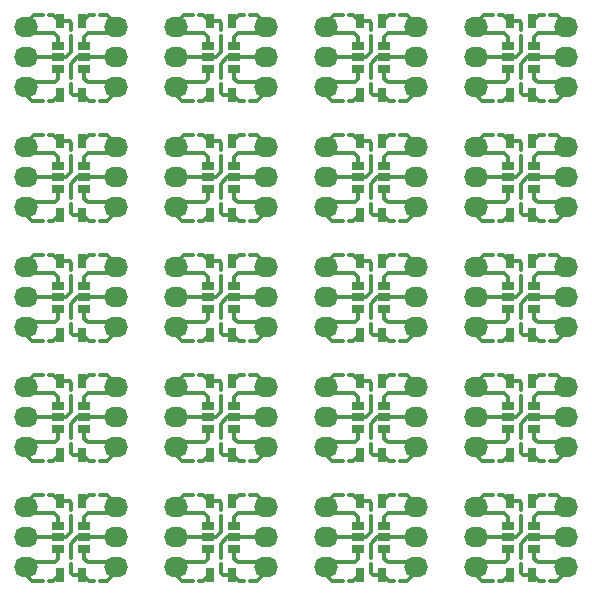
<source format=gbl>
G04 #@! TF.FileFunction,Copper,L2,Bot,Signal*
%FSLAX46Y46*%
G04 Gerber Fmt 4.6, Leading zero omitted, Abs format (unit mm)*
G04 Created by KiCad (PCBNEW 4.0.2+dfsg1-stable) date Sun 30 Oct 2016 17:39:28 AEDT*
%MOMM*%
G01*
G04 APERTURE LIST*
%ADD10C,0.100000*%
%ADD11R,1.060000X0.650000*%
%ADD12O,2.032000X1.727200*%
%ADD13R,0.700000X1.300000*%
%ADD14C,0.304800*%
G04 APERTURE END LIST*
D10*
D11*
X104310000Y-145730000D03*
X104310000Y-144780000D03*
X104310000Y-143830000D03*
X106510000Y-143830000D03*
X106510000Y-145730000D03*
X106510000Y-144780000D03*
D12*
X101600000Y-142240000D03*
X101600000Y-144780000D03*
X101600000Y-147320000D03*
X109220000Y-142240000D03*
X109220000Y-144780000D03*
X109220000Y-147320000D03*
D13*
X104460000Y-141732000D03*
X106360000Y-141732000D03*
X104460000Y-147955000D03*
X106360000Y-147955000D03*
X117160000Y-147955000D03*
X119060000Y-147955000D03*
X117160000Y-141732000D03*
X119060000Y-141732000D03*
D12*
X121920000Y-142240000D03*
X121920000Y-144780000D03*
X121920000Y-147320000D03*
X114300000Y-142240000D03*
X114300000Y-144780000D03*
X114300000Y-147320000D03*
D11*
X117010000Y-145730000D03*
X117010000Y-144780000D03*
X117010000Y-143830000D03*
X119210000Y-143830000D03*
X119210000Y-145730000D03*
X119210000Y-144780000D03*
X129710000Y-145730000D03*
X129710000Y-144780000D03*
X129710000Y-143830000D03*
X131910000Y-143830000D03*
X131910000Y-145730000D03*
X131910000Y-144780000D03*
D12*
X127000000Y-142240000D03*
X127000000Y-144780000D03*
X127000000Y-147320000D03*
X134620000Y-142240000D03*
X134620000Y-144780000D03*
X134620000Y-147320000D03*
D13*
X129860000Y-141732000D03*
X131760000Y-141732000D03*
X129860000Y-147955000D03*
X131760000Y-147955000D03*
X142560000Y-147955000D03*
X144460000Y-147955000D03*
X142560000Y-141732000D03*
X144460000Y-141732000D03*
D12*
X147320000Y-142240000D03*
X147320000Y-144780000D03*
X147320000Y-147320000D03*
X139700000Y-142240000D03*
X139700000Y-144780000D03*
X139700000Y-147320000D03*
D11*
X142410000Y-145730000D03*
X142410000Y-144780000D03*
X142410000Y-143830000D03*
X144610000Y-143830000D03*
X144610000Y-145730000D03*
X144610000Y-144780000D03*
X104310000Y-125410000D03*
X104310000Y-124460000D03*
X104310000Y-123510000D03*
X106510000Y-123510000D03*
X106510000Y-125410000D03*
X106510000Y-124460000D03*
D12*
X101600000Y-121920000D03*
X101600000Y-124460000D03*
X101600000Y-127000000D03*
X109220000Y-121920000D03*
X109220000Y-124460000D03*
X109220000Y-127000000D03*
D13*
X104460000Y-121412000D03*
X106360000Y-121412000D03*
X104460000Y-127635000D03*
X106360000Y-127635000D03*
X117160000Y-127635000D03*
X119060000Y-127635000D03*
X117160000Y-121412000D03*
X119060000Y-121412000D03*
D12*
X121920000Y-121920000D03*
X121920000Y-124460000D03*
X121920000Y-127000000D03*
X114300000Y-121920000D03*
X114300000Y-124460000D03*
X114300000Y-127000000D03*
D11*
X117010000Y-125410000D03*
X117010000Y-124460000D03*
X117010000Y-123510000D03*
X119210000Y-123510000D03*
X119210000Y-125410000D03*
X119210000Y-124460000D03*
X129710000Y-125410000D03*
X129710000Y-124460000D03*
X129710000Y-123510000D03*
X131910000Y-123510000D03*
X131910000Y-125410000D03*
X131910000Y-124460000D03*
D12*
X127000000Y-121920000D03*
X127000000Y-124460000D03*
X127000000Y-127000000D03*
X134620000Y-121920000D03*
X134620000Y-124460000D03*
X134620000Y-127000000D03*
D13*
X129860000Y-121412000D03*
X131760000Y-121412000D03*
X129860000Y-127635000D03*
X131760000Y-127635000D03*
X142560000Y-127635000D03*
X144460000Y-127635000D03*
X142560000Y-121412000D03*
X144460000Y-121412000D03*
D12*
X147320000Y-121920000D03*
X147320000Y-124460000D03*
X147320000Y-127000000D03*
X139700000Y-121920000D03*
X139700000Y-124460000D03*
X139700000Y-127000000D03*
D11*
X142410000Y-125410000D03*
X142410000Y-124460000D03*
X142410000Y-123510000D03*
X144610000Y-123510000D03*
X144610000Y-125410000D03*
X144610000Y-124460000D03*
X142410000Y-135570000D03*
X142410000Y-134620000D03*
X142410000Y-133670000D03*
X144610000Y-133670000D03*
X144610000Y-135570000D03*
X144610000Y-134620000D03*
D12*
X139700000Y-132080000D03*
X139700000Y-134620000D03*
X139700000Y-137160000D03*
X147320000Y-132080000D03*
X147320000Y-134620000D03*
X147320000Y-137160000D03*
D13*
X142560000Y-131572000D03*
X144460000Y-131572000D03*
X142560000Y-137795000D03*
X144460000Y-137795000D03*
X129860000Y-137795000D03*
X131760000Y-137795000D03*
X129860000Y-131572000D03*
X131760000Y-131572000D03*
D12*
X134620000Y-132080000D03*
X134620000Y-134620000D03*
X134620000Y-137160000D03*
X127000000Y-132080000D03*
X127000000Y-134620000D03*
X127000000Y-137160000D03*
D11*
X129710000Y-135570000D03*
X129710000Y-134620000D03*
X129710000Y-133670000D03*
X131910000Y-133670000D03*
X131910000Y-135570000D03*
X131910000Y-134620000D03*
X117010000Y-135570000D03*
X117010000Y-134620000D03*
X117010000Y-133670000D03*
X119210000Y-133670000D03*
X119210000Y-135570000D03*
X119210000Y-134620000D03*
D12*
X114300000Y-132080000D03*
X114300000Y-134620000D03*
X114300000Y-137160000D03*
X121920000Y-132080000D03*
X121920000Y-134620000D03*
X121920000Y-137160000D03*
D13*
X117160000Y-131572000D03*
X119060000Y-131572000D03*
X117160000Y-137795000D03*
X119060000Y-137795000D03*
X104460000Y-137795000D03*
X106360000Y-137795000D03*
X104460000Y-131572000D03*
X106360000Y-131572000D03*
D12*
X109220000Y-132080000D03*
X109220000Y-134620000D03*
X109220000Y-137160000D03*
X101600000Y-132080000D03*
X101600000Y-134620000D03*
X101600000Y-137160000D03*
D11*
X104310000Y-135570000D03*
X104310000Y-134620000D03*
X104310000Y-133670000D03*
X106510000Y-133670000D03*
X106510000Y-135570000D03*
X106510000Y-134620000D03*
X104310000Y-115250000D03*
X104310000Y-114300000D03*
X104310000Y-113350000D03*
X106510000Y-113350000D03*
X106510000Y-115250000D03*
X106510000Y-114300000D03*
D12*
X101600000Y-111760000D03*
X101600000Y-114300000D03*
X101600000Y-116840000D03*
X109220000Y-111760000D03*
X109220000Y-114300000D03*
X109220000Y-116840000D03*
D13*
X104460000Y-111252000D03*
X106360000Y-111252000D03*
X104460000Y-117475000D03*
X106360000Y-117475000D03*
X117160000Y-117475000D03*
X119060000Y-117475000D03*
X117160000Y-111252000D03*
X119060000Y-111252000D03*
D12*
X121920000Y-111760000D03*
X121920000Y-114300000D03*
X121920000Y-116840000D03*
X114300000Y-111760000D03*
X114300000Y-114300000D03*
X114300000Y-116840000D03*
D11*
X117010000Y-115250000D03*
X117010000Y-114300000D03*
X117010000Y-113350000D03*
X119210000Y-113350000D03*
X119210000Y-115250000D03*
X119210000Y-114300000D03*
X129710000Y-115250000D03*
X129710000Y-114300000D03*
X129710000Y-113350000D03*
X131910000Y-113350000D03*
X131910000Y-115250000D03*
X131910000Y-114300000D03*
D12*
X127000000Y-111760000D03*
X127000000Y-114300000D03*
X127000000Y-116840000D03*
X134620000Y-111760000D03*
X134620000Y-114300000D03*
X134620000Y-116840000D03*
D13*
X129860000Y-111252000D03*
X131760000Y-111252000D03*
X129860000Y-117475000D03*
X131760000Y-117475000D03*
X142560000Y-117475000D03*
X144460000Y-117475000D03*
X142560000Y-111252000D03*
X144460000Y-111252000D03*
D12*
X147320000Y-111760000D03*
X147320000Y-114300000D03*
X147320000Y-116840000D03*
X139700000Y-111760000D03*
X139700000Y-114300000D03*
X139700000Y-116840000D03*
D11*
X142410000Y-115250000D03*
X142410000Y-114300000D03*
X142410000Y-113350000D03*
X144610000Y-113350000D03*
X144610000Y-115250000D03*
X144610000Y-114300000D03*
X142410000Y-105090000D03*
X142410000Y-104140000D03*
X142410000Y-103190000D03*
X144610000Y-103190000D03*
X144610000Y-105090000D03*
X144610000Y-104140000D03*
D12*
X139700000Y-101600000D03*
X139700000Y-104140000D03*
X139700000Y-106680000D03*
X147320000Y-101600000D03*
X147320000Y-104140000D03*
X147320000Y-106680000D03*
D13*
X142560000Y-101092000D03*
X144460000Y-101092000D03*
X142560000Y-107315000D03*
X144460000Y-107315000D03*
X129860000Y-107315000D03*
X131760000Y-107315000D03*
X129860000Y-101092000D03*
X131760000Y-101092000D03*
D12*
X134620000Y-101600000D03*
X134620000Y-104140000D03*
X134620000Y-106680000D03*
X127000000Y-101600000D03*
X127000000Y-104140000D03*
X127000000Y-106680000D03*
D11*
X129710000Y-105090000D03*
X129710000Y-104140000D03*
X129710000Y-103190000D03*
X131910000Y-103190000D03*
X131910000Y-105090000D03*
X131910000Y-104140000D03*
X117010000Y-105090000D03*
X117010000Y-104140000D03*
X117010000Y-103190000D03*
X119210000Y-103190000D03*
X119210000Y-105090000D03*
X119210000Y-104140000D03*
D12*
X114300000Y-101600000D03*
X114300000Y-104140000D03*
X114300000Y-106680000D03*
X121920000Y-101600000D03*
X121920000Y-104140000D03*
X121920000Y-106680000D03*
D13*
X117160000Y-101092000D03*
X119060000Y-101092000D03*
X117160000Y-107315000D03*
X119060000Y-107315000D03*
X104460000Y-107315000D03*
X106360000Y-107315000D03*
X104460000Y-101092000D03*
X106360000Y-101092000D03*
D12*
X109220000Y-101600000D03*
X109220000Y-104140000D03*
X109220000Y-106680000D03*
X101600000Y-101600000D03*
X101600000Y-104140000D03*
X101600000Y-106680000D03*
D11*
X104310000Y-105090000D03*
X104310000Y-104140000D03*
X104310000Y-103190000D03*
X106510000Y-103190000D03*
X106510000Y-105090000D03*
X106510000Y-104140000D03*
D14*
X104310000Y-144780000D02*
X101600000Y-144780000D01*
X108712000Y-142748000D02*
X109220000Y-142240000D01*
X106807000Y-142748000D02*
X108712000Y-142748000D01*
X106510000Y-143045000D02*
X106807000Y-142748000D01*
X106510000Y-143830000D02*
X106510000Y-143045000D01*
X102100380Y-142740380D02*
X101600000Y-142240000D01*
X103993950Y-142740380D02*
X102100380Y-142740380D01*
X104310000Y-143056430D02*
X103993950Y-142740380D01*
X104310000Y-143830000D02*
X104310000Y-143056430D01*
X106510000Y-145793500D02*
X106510000Y-146567070D01*
X106510000Y-146567070D02*
X106826050Y-146883120D01*
X106826050Y-146883120D02*
X108719620Y-146883120D01*
X108719620Y-146883120D02*
X109220000Y-147383500D01*
X104310000Y-145793500D02*
X104310000Y-146578500D01*
X104310000Y-146578500D02*
X104013000Y-146875500D01*
X104013000Y-146875500D02*
X102108000Y-146875500D01*
X106510000Y-144780000D02*
X109220000Y-144780000D01*
X102235000Y-141224000D02*
X102997000Y-141224000D01*
X101600000Y-141859000D02*
X102235000Y-141224000D01*
X101600000Y-142240000D02*
X101600000Y-141859000D01*
X103886000Y-141224000D02*
X103505000Y-141224000D01*
X104394000Y-141732000D02*
X103886000Y-141224000D01*
X104460000Y-141732000D02*
X104394000Y-141732000D01*
X106360000Y-141732000D02*
X106426000Y-141732000D01*
X108458000Y-141224000D02*
X107823000Y-141224000D01*
X109220000Y-141986000D02*
X108458000Y-141224000D01*
X109220000Y-142240000D02*
X109220000Y-141986000D01*
X106934000Y-141224000D02*
X107315000Y-141224000D01*
X106426000Y-141732000D02*
X106934000Y-141224000D01*
X106360000Y-141732000D02*
X106426000Y-141732000D01*
X103886000Y-148463000D02*
X103505000Y-148463000D01*
X104394000Y-147955000D02*
X103886000Y-148463000D01*
X104460000Y-147955000D02*
X104394000Y-147955000D01*
X102108000Y-146875500D02*
X101600000Y-147383500D01*
X102108000Y-148463000D02*
X102997000Y-148463000D01*
X101600000Y-147955000D02*
X102108000Y-148463000D01*
X101600000Y-147320000D02*
X101600000Y-147955000D01*
X106934000Y-148463000D02*
X107315000Y-148463000D01*
X106426000Y-147955000D02*
X106934000Y-148463000D01*
X106360000Y-147955000D02*
X106426000Y-147955000D01*
X108458000Y-148463000D02*
X107823000Y-148463000D01*
X109220000Y-147701000D02*
X108458000Y-148463000D01*
X109220000Y-147320000D02*
X109220000Y-147701000D01*
X105410000Y-145321020D02*
X105410000Y-146558000D01*
X105951020Y-144780000D02*
X105410000Y-145321020D01*
X106510000Y-144780000D02*
X105951020Y-144780000D01*
X105410000Y-144311370D02*
X105410000Y-143002000D01*
X104941370Y-144780000D02*
X105410000Y-144311370D01*
X104310000Y-144780000D02*
X104941370Y-144780000D01*
X105410000Y-141859000D02*
X105410000Y-142494000D01*
X105283000Y-141732000D02*
X105410000Y-141859000D01*
X104460000Y-141732000D02*
X105283000Y-141732000D01*
X105410000Y-147828000D02*
X105410000Y-147066000D01*
X105537000Y-147955000D02*
X105410000Y-147828000D01*
X106360000Y-147955000D02*
X105537000Y-147955000D01*
X119060000Y-147955000D02*
X118237000Y-147955000D01*
X118237000Y-147955000D02*
X118110000Y-147828000D01*
X118110000Y-147828000D02*
X118110000Y-147066000D01*
X117160000Y-141732000D02*
X117983000Y-141732000D01*
X117983000Y-141732000D02*
X118110000Y-141859000D01*
X118110000Y-141859000D02*
X118110000Y-142494000D01*
X117010000Y-144780000D02*
X117641370Y-144780000D01*
X117641370Y-144780000D02*
X118110000Y-144311370D01*
X118110000Y-144311370D02*
X118110000Y-143002000D01*
X119210000Y-144780000D02*
X118651020Y-144780000D01*
X118651020Y-144780000D02*
X118110000Y-145321020D01*
X118110000Y-145321020D02*
X118110000Y-146558000D01*
X121920000Y-147320000D02*
X121920000Y-147701000D01*
X121920000Y-147701000D02*
X121158000Y-148463000D01*
X121158000Y-148463000D02*
X120523000Y-148463000D01*
X119060000Y-147955000D02*
X119126000Y-147955000D01*
X119126000Y-147955000D02*
X119634000Y-148463000D01*
X119634000Y-148463000D02*
X120015000Y-148463000D01*
X114300000Y-147320000D02*
X114300000Y-147955000D01*
X114300000Y-147955000D02*
X114808000Y-148463000D01*
X114808000Y-148463000D02*
X115697000Y-148463000D01*
X114808000Y-146875500D02*
X114300000Y-147383500D01*
X117160000Y-147955000D02*
X117094000Y-147955000D01*
X117094000Y-147955000D02*
X116586000Y-148463000D01*
X116586000Y-148463000D02*
X116205000Y-148463000D01*
X119060000Y-141732000D02*
X119126000Y-141732000D01*
X119126000Y-141732000D02*
X119634000Y-141224000D01*
X119634000Y-141224000D02*
X120015000Y-141224000D01*
X121920000Y-142240000D02*
X121920000Y-141986000D01*
X121920000Y-141986000D02*
X121158000Y-141224000D01*
X121158000Y-141224000D02*
X120523000Y-141224000D01*
X119060000Y-141732000D02*
X119126000Y-141732000D01*
X117160000Y-141732000D02*
X117094000Y-141732000D01*
X117094000Y-141732000D02*
X116586000Y-141224000D01*
X116586000Y-141224000D02*
X116205000Y-141224000D01*
X114300000Y-142240000D02*
X114300000Y-141859000D01*
X114300000Y-141859000D02*
X114935000Y-141224000D01*
X114935000Y-141224000D02*
X115697000Y-141224000D01*
X119210000Y-144780000D02*
X121920000Y-144780000D01*
X116713000Y-146875500D02*
X114808000Y-146875500D01*
X117010000Y-146578500D02*
X116713000Y-146875500D01*
X117010000Y-145793500D02*
X117010000Y-146578500D01*
X121419620Y-146883120D02*
X121920000Y-147383500D01*
X119526050Y-146883120D02*
X121419620Y-146883120D01*
X119210000Y-146567070D02*
X119526050Y-146883120D01*
X119210000Y-145793500D02*
X119210000Y-146567070D01*
X117010000Y-143830000D02*
X117010000Y-143056430D01*
X117010000Y-143056430D02*
X116693950Y-142740380D01*
X116693950Y-142740380D02*
X114800380Y-142740380D01*
X114800380Y-142740380D02*
X114300000Y-142240000D01*
X119210000Y-143830000D02*
X119210000Y-143045000D01*
X119210000Y-143045000D02*
X119507000Y-142748000D01*
X119507000Y-142748000D02*
X121412000Y-142748000D01*
X121412000Y-142748000D02*
X121920000Y-142240000D01*
X117010000Y-144780000D02*
X114300000Y-144780000D01*
X129710000Y-144780000D02*
X127000000Y-144780000D01*
X134112000Y-142748000D02*
X134620000Y-142240000D01*
X132207000Y-142748000D02*
X134112000Y-142748000D01*
X131910000Y-143045000D02*
X132207000Y-142748000D01*
X131910000Y-143830000D02*
X131910000Y-143045000D01*
X127500380Y-142740380D02*
X127000000Y-142240000D01*
X129393950Y-142740380D02*
X127500380Y-142740380D01*
X129710000Y-143056430D02*
X129393950Y-142740380D01*
X129710000Y-143830000D02*
X129710000Y-143056430D01*
X131910000Y-145793500D02*
X131910000Y-146567070D01*
X131910000Y-146567070D02*
X132226050Y-146883120D01*
X132226050Y-146883120D02*
X134119620Y-146883120D01*
X134119620Y-146883120D02*
X134620000Y-147383500D01*
X129710000Y-145793500D02*
X129710000Y-146578500D01*
X129710000Y-146578500D02*
X129413000Y-146875500D01*
X129413000Y-146875500D02*
X127508000Y-146875500D01*
X131910000Y-144780000D02*
X134620000Y-144780000D01*
X127635000Y-141224000D02*
X128397000Y-141224000D01*
X127000000Y-141859000D02*
X127635000Y-141224000D01*
X127000000Y-142240000D02*
X127000000Y-141859000D01*
X129286000Y-141224000D02*
X128905000Y-141224000D01*
X129794000Y-141732000D02*
X129286000Y-141224000D01*
X129860000Y-141732000D02*
X129794000Y-141732000D01*
X131760000Y-141732000D02*
X131826000Y-141732000D01*
X133858000Y-141224000D02*
X133223000Y-141224000D01*
X134620000Y-141986000D02*
X133858000Y-141224000D01*
X134620000Y-142240000D02*
X134620000Y-141986000D01*
X132334000Y-141224000D02*
X132715000Y-141224000D01*
X131826000Y-141732000D02*
X132334000Y-141224000D01*
X131760000Y-141732000D02*
X131826000Y-141732000D01*
X129286000Y-148463000D02*
X128905000Y-148463000D01*
X129794000Y-147955000D02*
X129286000Y-148463000D01*
X129860000Y-147955000D02*
X129794000Y-147955000D01*
X127508000Y-146875500D02*
X127000000Y-147383500D01*
X127508000Y-148463000D02*
X128397000Y-148463000D01*
X127000000Y-147955000D02*
X127508000Y-148463000D01*
X127000000Y-147320000D02*
X127000000Y-147955000D01*
X132334000Y-148463000D02*
X132715000Y-148463000D01*
X131826000Y-147955000D02*
X132334000Y-148463000D01*
X131760000Y-147955000D02*
X131826000Y-147955000D01*
X133858000Y-148463000D02*
X133223000Y-148463000D01*
X134620000Y-147701000D02*
X133858000Y-148463000D01*
X134620000Y-147320000D02*
X134620000Y-147701000D01*
X130810000Y-145321020D02*
X130810000Y-146558000D01*
X131351020Y-144780000D02*
X130810000Y-145321020D01*
X131910000Y-144780000D02*
X131351020Y-144780000D01*
X130810000Y-144311370D02*
X130810000Y-143002000D01*
X130341370Y-144780000D02*
X130810000Y-144311370D01*
X129710000Y-144780000D02*
X130341370Y-144780000D01*
X130810000Y-141859000D02*
X130810000Y-142494000D01*
X130683000Y-141732000D02*
X130810000Y-141859000D01*
X129860000Y-141732000D02*
X130683000Y-141732000D01*
X130810000Y-147828000D02*
X130810000Y-147066000D01*
X130937000Y-147955000D02*
X130810000Y-147828000D01*
X131760000Y-147955000D02*
X130937000Y-147955000D01*
X144460000Y-147955000D02*
X143637000Y-147955000D01*
X143637000Y-147955000D02*
X143510000Y-147828000D01*
X143510000Y-147828000D02*
X143510000Y-147066000D01*
X142560000Y-141732000D02*
X143383000Y-141732000D01*
X143383000Y-141732000D02*
X143510000Y-141859000D01*
X143510000Y-141859000D02*
X143510000Y-142494000D01*
X142410000Y-144780000D02*
X143041370Y-144780000D01*
X143041370Y-144780000D02*
X143510000Y-144311370D01*
X143510000Y-144311370D02*
X143510000Y-143002000D01*
X144610000Y-144780000D02*
X144051020Y-144780000D01*
X144051020Y-144780000D02*
X143510000Y-145321020D01*
X143510000Y-145321020D02*
X143510000Y-146558000D01*
X147320000Y-147320000D02*
X147320000Y-147701000D01*
X147320000Y-147701000D02*
X146558000Y-148463000D01*
X146558000Y-148463000D02*
X145923000Y-148463000D01*
X144460000Y-147955000D02*
X144526000Y-147955000D01*
X144526000Y-147955000D02*
X145034000Y-148463000D01*
X145034000Y-148463000D02*
X145415000Y-148463000D01*
X139700000Y-147320000D02*
X139700000Y-147955000D01*
X139700000Y-147955000D02*
X140208000Y-148463000D01*
X140208000Y-148463000D02*
X141097000Y-148463000D01*
X140208000Y-146875500D02*
X139700000Y-147383500D01*
X142560000Y-147955000D02*
X142494000Y-147955000D01*
X142494000Y-147955000D02*
X141986000Y-148463000D01*
X141986000Y-148463000D02*
X141605000Y-148463000D01*
X144460000Y-141732000D02*
X144526000Y-141732000D01*
X144526000Y-141732000D02*
X145034000Y-141224000D01*
X145034000Y-141224000D02*
X145415000Y-141224000D01*
X147320000Y-142240000D02*
X147320000Y-141986000D01*
X147320000Y-141986000D02*
X146558000Y-141224000D01*
X146558000Y-141224000D02*
X145923000Y-141224000D01*
X144460000Y-141732000D02*
X144526000Y-141732000D01*
X142560000Y-141732000D02*
X142494000Y-141732000D01*
X142494000Y-141732000D02*
X141986000Y-141224000D01*
X141986000Y-141224000D02*
X141605000Y-141224000D01*
X139700000Y-142240000D02*
X139700000Y-141859000D01*
X139700000Y-141859000D02*
X140335000Y-141224000D01*
X140335000Y-141224000D02*
X141097000Y-141224000D01*
X144610000Y-144780000D02*
X147320000Y-144780000D01*
X142113000Y-146875500D02*
X140208000Y-146875500D01*
X142410000Y-146578500D02*
X142113000Y-146875500D01*
X142410000Y-145793500D02*
X142410000Y-146578500D01*
X146819620Y-146883120D02*
X147320000Y-147383500D01*
X144926050Y-146883120D02*
X146819620Y-146883120D01*
X144610000Y-146567070D02*
X144926050Y-146883120D01*
X144610000Y-145793500D02*
X144610000Y-146567070D01*
X142410000Y-143830000D02*
X142410000Y-143056430D01*
X142410000Y-143056430D02*
X142093950Y-142740380D01*
X142093950Y-142740380D02*
X140200380Y-142740380D01*
X140200380Y-142740380D02*
X139700000Y-142240000D01*
X144610000Y-143830000D02*
X144610000Y-143045000D01*
X144610000Y-143045000D02*
X144907000Y-142748000D01*
X144907000Y-142748000D02*
X146812000Y-142748000D01*
X146812000Y-142748000D02*
X147320000Y-142240000D01*
X142410000Y-144780000D02*
X139700000Y-144780000D01*
X104310000Y-124460000D02*
X101600000Y-124460000D01*
X108712000Y-122428000D02*
X109220000Y-121920000D01*
X106807000Y-122428000D02*
X108712000Y-122428000D01*
X106510000Y-122725000D02*
X106807000Y-122428000D01*
X106510000Y-123510000D02*
X106510000Y-122725000D01*
X102100380Y-122420380D02*
X101600000Y-121920000D01*
X103993950Y-122420380D02*
X102100380Y-122420380D01*
X104310000Y-122736430D02*
X103993950Y-122420380D01*
X104310000Y-123510000D02*
X104310000Y-122736430D01*
X106510000Y-125473500D02*
X106510000Y-126247070D01*
X106510000Y-126247070D02*
X106826050Y-126563120D01*
X106826050Y-126563120D02*
X108719620Y-126563120D01*
X108719620Y-126563120D02*
X109220000Y-127063500D01*
X104310000Y-125473500D02*
X104310000Y-126258500D01*
X104310000Y-126258500D02*
X104013000Y-126555500D01*
X104013000Y-126555500D02*
X102108000Y-126555500D01*
X106510000Y-124460000D02*
X109220000Y-124460000D01*
X102235000Y-120904000D02*
X102997000Y-120904000D01*
X101600000Y-121539000D02*
X102235000Y-120904000D01*
X101600000Y-121920000D02*
X101600000Y-121539000D01*
X103886000Y-120904000D02*
X103505000Y-120904000D01*
X104394000Y-121412000D02*
X103886000Y-120904000D01*
X104460000Y-121412000D02*
X104394000Y-121412000D01*
X106360000Y-121412000D02*
X106426000Y-121412000D01*
X108458000Y-120904000D02*
X107823000Y-120904000D01*
X109220000Y-121666000D02*
X108458000Y-120904000D01*
X109220000Y-121920000D02*
X109220000Y-121666000D01*
X106934000Y-120904000D02*
X107315000Y-120904000D01*
X106426000Y-121412000D02*
X106934000Y-120904000D01*
X106360000Y-121412000D02*
X106426000Y-121412000D01*
X103886000Y-128143000D02*
X103505000Y-128143000D01*
X104394000Y-127635000D02*
X103886000Y-128143000D01*
X104460000Y-127635000D02*
X104394000Y-127635000D01*
X102108000Y-126555500D02*
X101600000Y-127063500D01*
X102108000Y-128143000D02*
X102997000Y-128143000D01*
X101600000Y-127635000D02*
X102108000Y-128143000D01*
X101600000Y-127000000D02*
X101600000Y-127635000D01*
X106934000Y-128143000D02*
X107315000Y-128143000D01*
X106426000Y-127635000D02*
X106934000Y-128143000D01*
X106360000Y-127635000D02*
X106426000Y-127635000D01*
X108458000Y-128143000D02*
X107823000Y-128143000D01*
X109220000Y-127381000D02*
X108458000Y-128143000D01*
X109220000Y-127000000D02*
X109220000Y-127381000D01*
X105410000Y-125001020D02*
X105410000Y-126238000D01*
X105951020Y-124460000D02*
X105410000Y-125001020D01*
X106510000Y-124460000D02*
X105951020Y-124460000D01*
X105410000Y-123991370D02*
X105410000Y-122682000D01*
X104941370Y-124460000D02*
X105410000Y-123991370D01*
X104310000Y-124460000D02*
X104941370Y-124460000D01*
X105410000Y-121539000D02*
X105410000Y-122174000D01*
X105283000Y-121412000D02*
X105410000Y-121539000D01*
X104460000Y-121412000D02*
X105283000Y-121412000D01*
X105410000Y-127508000D02*
X105410000Y-126746000D01*
X105537000Y-127635000D02*
X105410000Y-127508000D01*
X106360000Y-127635000D02*
X105537000Y-127635000D01*
X119060000Y-127635000D02*
X118237000Y-127635000D01*
X118237000Y-127635000D02*
X118110000Y-127508000D01*
X118110000Y-127508000D02*
X118110000Y-126746000D01*
X117160000Y-121412000D02*
X117983000Y-121412000D01*
X117983000Y-121412000D02*
X118110000Y-121539000D01*
X118110000Y-121539000D02*
X118110000Y-122174000D01*
X117010000Y-124460000D02*
X117641370Y-124460000D01*
X117641370Y-124460000D02*
X118110000Y-123991370D01*
X118110000Y-123991370D02*
X118110000Y-122682000D01*
X119210000Y-124460000D02*
X118651020Y-124460000D01*
X118651020Y-124460000D02*
X118110000Y-125001020D01*
X118110000Y-125001020D02*
X118110000Y-126238000D01*
X121920000Y-127000000D02*
X121920000Y-127381000D01*
X121920000Y-127381000D02*
X121158000Y-128143000D01*
X121158000Y-128143000D02*
X120523000Y-128143000D01*
X119060000Y-127635000D02*
X119126000Y-127635000D01*
X119126000Y-127635000D02*
X119634000Y-128143000D01*
X119634000Y-128143000D02*
X120015000Y-128143000D01*
X114300000Y-127000000D02*
X114300000Y-127635000D01*
X114300000Y-127635000D02*
X114808000Y-128143000D01*
X114808000Y-128143000D02*
X115697000Y-128143000D01*
X114808000Y-126555500D02*
X114300000Y-127063500D01*
X117160000Y-127635000D02*
X117094000Y-127635000D01*
X117094000Y-127635000D02*
X116586000Y-128143000D01*
X116586000Y-128143000D02*
X116205000Y-128143000D01*
X119060000Y-121412000D02*
X119126000Y-121412000D01*
X119126000Y-121412000D02*
X119634000Y-120904000D01*
X119634000Y-120904000D02*
X120015000Y-120904000D01*
X121920000Y-121920000D02*
X121920000Y-121666000D01*
X121920000Y-121666000D02*
X121158000Y-120904000D01*
X121158000Y-120904000D02*
X120523000Y-120904000D01*
X119060000Y-121412000D02*
X119126000Y-121412000D01*
X117160000Y-121412000D02*
X117094000Y-121412000D01*
X117094000Y-121412000D02*
X116586000Y-120904000D01*
X116586000Y-120904000D02*
X116205000Y-120904000D01*
X114300000Y-121920000D02*
X114300000Y-121539000D01*
X114300000Y-121539000D02*
X114935000Y-120904000D01*
X114935000Y-120904000D02*
X115697000Y-120904000D01*
X119210000Y-124460000D02*
X121920000Y-124460000D01*
X116713000Y-126555500D02*
X114808000Y-126555500D01*
X117010000Y-126258500D02*
X116713000Y-126555500D01*
X117010000Y-125473500D02*
X117010000Y-126258500D01*
X121419620Y-126563120D02*
X121920000Y-127063500D01*
X119526050Y-126563120D02*
X121419620Y-126563120D01*
X119210000Y-126247070D02*
X119526050Y-126563120D01*
X119210000Y-125473500D02*
X119210000Y-126247070D01*
X117010000Y-123510000D02*
X117010000Y-122736430D01*
X117010000Y-122736430D02*
X116693950Y-122420380D01*
X116693950Y-122420380D02*
X114800380Y-122420380D01*
X114800380Y-122420380D02*
X114300000Y-121920000D01*
X119210000Y-123510000D02*
X119210000Y-122725000D01*
X119210000Y-122725000D02*
X119507000Y-122428000D01*
X119507000Y-122428000D02*
X121412000Y-122428000D01*
X121412000Y-122428000D02*
X121920000Y-121920000D01*
X117010000Y-124460000D02*
X114300000Y-124460000D01*
X129710000Y-124460000D02*
X127000000Y-124460000D01*
X134112000Y-122428000D02*
X134620000Y-121920000D01*
X132207000Y-122428000D02*
X134112000Y-122428000D01*
X131910000Y-122725000D02*
X132207000Y-122428000D01*
X131910000Y-123510000D02*
X131910000Y-122725000D01*
X127500380Y-122420380D02*
X127000000Y-121920000D01*
X129393950Y-122420380D02*
X127500380Y-122420380D01*
X129710000Y-122736430D02*
X129393950Y-122420380D01*
X129710000Y-123510000D02*
X129710000Y-122736430D01*
X131910000Y-125473500D02*
X131910000Y-126247070D01*
X131910000Y-126247070D02*
X132226050Y-126563120D01*
X132226050Y-126563120D02*
X134119620Y-126563120D01*
X134119620Y-126563120D02*
X134620000Y-127063500D01*
X129710000Y-125473500D02*
X129710000Y-126258500D01*
X129710000Y-126258500D02*
X129413000Y-126555500D01*
X129413000Y-126555500D02*
X127508000Y-126555500D01*
X131910000Y-124460000D02*
X134620000Y-124460000D01*
X127635000Y-120904000D02*
X128397000Y-120904000D01*
X127000000Y-121539000D02*
X127635000Y-120904000D01*
X127000000Y-121920000D02*
X127000000Y-121539000D01*
X129286000Y-120904000D02*
X128905000Y-120904000D01*
X129794000Y-121412000D02*
X129286000Y-120904000D01*
X129860000Y-121412000D02*
X129794000Y-121412000D01*
X131760000Y-121412000D02*
X131826000Y-121412000D01*
X133858000Y-120904000D02*
X133223000Y-120904000D01*
X134620000Y-121666000D02*
X133858000Y-120904000D01*
X134620000Y-121920000D02*
X134620000Y-121666000D01*
X132334000Y-120904000D02*
X132715000Y-120904000D01*
X131826000Y-121412000D02*
X132334000Y-120904000D01*
X131760000Y-121412000D02*
X131826000Y-121412000D01*
X129286000Y-128143000D02*
X128905000Y-128143000D01*
X129794000Y-127635000D02*
X129286000Y-128143000D01*
X129860000Y-127635000D02*
X129794000Y-127635000D01*
X127508000Y-126555500D02*
X127000000Y-127063500D01*
X127508000Y-128143000D02*
X128397000Y-128143000D01*
X127000000Y-127635000D02*
X127508000Y-128143000D01*
X127000000Y-127000000D02*
X127000000Y-127635000D01*
X132334000Y-128143000D02*
X132715000Y-128143000D01*
X131826000Y-127635000D02*
X132334000Y-128143000D01*
X131760000Y-127635000D02*
X131826000Y-127635000D01*
X133858000Y-128143000D02*
X133223000Y-128143000D01*
X134620000Y-127381000D02*
X133858000Y-128143000D01*
X134620000Y-127000000D02*
X134620000Y-127381000D01*
X130810000Y-125001020D02*
X130810000Y-126238000D01*
X131351020Y-124460000D02*
X130810000Y-125001020D01*
X131910000Y-124460000D02*
X131351020Y-124460000D01*
X130810000Y-123991370D02*
X130810000Y-122682000D01*
X130341370Y-124460000D02*
X130810000Y-123991370D01*
X129710000Y-124460000D02*
X130341370Y-124460000D01*
X130810000Y-121539000D02*
X130810000Y-122174000D01*
X130683000Y-121412000D02*
X130810000Y-121539000D01*
X129860000Y-121412000D02*
X130683000Y-121412000D01*
X130810000Y-127508000D02*
X130810000Y-126746000D01*
X130937000Y-127635000D02*
X130810000Y-127508000D01*
X131760000Y-127635000D02*
X130937000Y-127635000D01*
X144460000Y-127635000D02*
X143637000Y-127635000D01*
X143637000Y-127635000D02*
X143510000Y-127508000D01*
X143510000Y-127508000D02*
X143510000Y-126746000D01*
X142560000Y-121412000D02*
X143383000Y-121412000D01*
X143383000Y-121412000D02*
X143510000Y-121539000D01*
X143510000Y-121539000D02*
X143510000Y-122174000D01*
X142410000Y-124460000D02*
X143041370Y-124460000D01*
X143041370Y-124460000D02*
X143510000Y-123991370D01*
X143510000Y-123991370D02*
X143510000Y-122682000D01*
X144610000Y-124460000D02*
X144051020Y-124460000D01*
X144051020Y-124460000D02*
X143510000Y-125001020D01*
X143510000Y-125001020D02*
X143510000Y-126238000D01*
X147320000Y-127000000D02*
X147320000Y-127381000D01*
X147320000Y-127381000D02*
X146558000Y-128143000D01*
X146558000Y-128143000D02*
X145923000Y-128143000D01*
X144460000Y-127635000D02*
X144526000Y-127635000D01*
X144526000Y-127635000D02*
X145034000Y-128143000D01*
X145034000Y-128143000D02*
X145415000Y-128143000D01*
X139700000Y-127000000D02*
X139700000Y-127635000D01*
X139700000Y-127635000D02*
X140208000Y-128143000D01*
X140208000Y-128143000D02*
X141097000Y-128143000D01*
X140208000Y-126555500D02*
X139700000Y-127063500D01*
X142560000Y-127635000D02*
X142494000Y-127635000D01*
X142494000Y-127635000D02*
X141986000Y-128143000D01*
X141986000Y-128143000D02*
X141605000Y-128143000D01*
X144460000Y-121412000D02*
X144526000Y-121412000D01*
X144526000Y-121412000D02*
X145034000Y-120904000D01*
X145034000Y-120904000D02*
X145415000Y-120904000D01*
X147320000Y-121920000D02*
X147320000Y-121666000D01*
X147320000Y-121666000D02*
X146558000Y-120904000D01*
X146558000Y-120904000D02*
X145923000Y-120904000D01*
X144460000Y-121412000D02*
X144526000Y-121412000D01*
X142560000Y-121412000D02*
X142494000Y-121412000D01*
X142494000Y-121412000D02*
X141986000Y-120904000D01*
X141986000Y-120904000D02*
X141605000Y-120904000D01*
X139700000Y-121920000D02*
X139700000Y-121539000D01*
X139700000Y-121539000D02*
X140335000Y-120904000D01*
X140335000Y-120904000D02*
X141097000Y-120904000D01*
X144610000Y-124460000D02*
X147320000Y-124460000D01*
X142113000Y-126555500D02*
X140208000Y-126555500D01*
X142410000Y-126258500D02*
X142113000Y-126555500D01*
X142410000Y-125473500D02*
X142410000Y-126258500D01*
X146819620Y-126563120D02*
X147320000Y-127063500D01*
X144926050Y-126563120D02*
X146819620Y-126563120D01*
X144610000Y-126247070D02*
X144926050Y-126563120D01*
X144610000Y-125473500D02*
X144610000Y-126247070D01*
X142410000Y-123510000D02*
X142410000Y-122736430D01*
X142410000Y-122736430D02*
X142093950Y-122420380D01*
X142093950Y-122420380D02*
X140200380Y-122420380D01*
X140200380Y-122420380D02*
X139700000Y-121920000D01*
X144610000Y-123510000D02*
X144610000Y-122725000D01*
X144610000Y-122725000D02*
X144907000Y-122428000D01*
X144907000Y-122428000D02*
X146812000Y-122428000D01*
X146812000Y-122428000D02*
X147320000Y-121920000D01*
X142410000Y-124460000D02*
X139700000Y-124460000D01*
X142410000Y-134620000D02*
X139700000Y-134620000D01*
X146812000Y-132588000D02*
X147320000Y-132080000D01*
X144907000Y-132588000D02*
X146812000Y-132588000D01*
X144610000Y-132885000D02*
X144907000Y-132588000D01*
X144610000Y-133670000D02*
X144610000Y-132885000D01*
X140200380Y-132580380D02*
X139700000Y-132080000D01*
X142093950Y-132580380D02*
X140200380Y-132580380D01*
X142410000Y-132896430D02*
X142093950Y-132580380D01*
X142410000Y-133670000D02*
X142410000Y-132896430D01*
X144610000Y-135633500D02*
X144610000Y-136407070D01*
X144610000Y-136407070D02*
X144926050Y-136723120D01*
X144926050Y-136723120D02*
X146819620Y-136723120D01*
X146819620Y-136723120D02*
X147320000Y-137223500D01*
X142410000Y-135633500D02*
X142410000Y-136418500D01*
X142410000Y-136418500D02*
X142113000Y-136715500D01*
X142113000Y-136715500D02*
X140208000Y-136715500D01*
X144610000Y-134620000D02*
X147320000Y-134620000D01*
X140335000Y-131064000D02*
X141097000Y-131064000D01*
X139700000Y-131699000D02*
X140335000Y-131064000D01*
X139700000Y-132080000D02*
X139700000Y-131699000D01*
X141986000Y-131064000D02*
X141605000Y-131064000D01*
X142494000Y-131572000D02*
X141986000Y-131064000D01*
X142560000Y-131572000D02*
X142494000Y-131572000D01*
X144460000Y-131572000D02*
X144526000Y-131572000D01*
X146558000Y-131064000D02*
X145923000Y-131064000D01*
X147320000Y-131826000D02*
X146558000Y-131064000D01*
X147320000Y-132080000D02*
X147320000Y-131826000D01*
X145034000Y-131064000D02*
X145415000Y-131064000D01*
X144526000Y-131572000D02*
X145034000Y-131064000D01*
X144460000Y-131572000D02*
X144526000Y-131572000D01*
X141986000Y-138303000D02*
X141605000Y-138303000D01*
X142494000Y-137795000D02*
X141986000Y-138303000D01*
X142560000Y-137795000D02*
X142494000Y-137795000D01*
X140208000Y-136715500D02*
X139700000Y-137223500D01*
X140208000Y-138303000D02*
X141097000Y-138303000D01*
X139700000Y-137795000D02*
X140208000Y-138303000D01*
X139700000Y-137160000D02*
X139700000Y-137795000D01*
X145034000Y-138303000D02*
X145415000Y-138303000D01*
X144526000Y-137795000D02*
X145034000Y-138303000D01*
X144460000Y-137795000D02*
X144526000Y-137795000D01*
X146558000Y-138303000D02*
X145923000Y-138303000D01*
X147320000Y-137541000D02*
X146558000Y-138303000D01*
X147320000Y-137160000D02*
X147320000Y-137541000D01*
X143510000Y-135161020D02*
X143510000Y-136398000D01*
X144051020Y-134620000D02*
X143510000Y-135161020D01*
X144610000Y-134620000D02*
X144051020Y-134620000D01*
X143510000Y-134151370D02*
X143510000Y-132842000D01*
X143041370Y-134620000D02*
X143510000Y-134151370D01*
X142410000Y-134620000D02*
X143041370Y-134620000D01*
X143510000Y-131699000D02*
X143510000Y-132334000D01*
X143383000Y-131572000D02*
X143510000Y-131699000D01*
X142560000Y-131572000D02*
X143383000Y-131572000D01*
X143510000Y-137668000D02*
X143510000Y-136906000D01*
X143637000Y-137795000D02*
X143510000Y-137668000D01*
X144460000Y-137795000D02*
X143637000Y-137795000D01*
X131760000Y-137795000D02*
X130937000Y-137795000D01*
X130937000Y-137795000D02*
X130810000Y-137668000D01*
X130810000Y-137668000D02*
X130810000Y-136906000D01*
X129860000Y-131572000D02*
X130683000Y-131572000D01*
X130683000Y-131572000D02*
X130810000Y-131699000D01*
X130810000Y-131699000D02*
X130810000Y-132334000D01*
X129710000Y-134620000D02*
X130341370Y-134620000D01*
X130341370Y-134620000D02*
X130810000Y-134151370D01*
X130810000Y-134151370D02*
X130810000Y-132842000D01*
X131910000Y-134620000D02*
X131351020Y-134620000D01*
X131351020Y-134620000D02*
X130810000Y-135161020D01*
X130810000Y-135161020D02*
X130810000Y-136398000D01*
X134620000Y-137160000D02*
X134620000Y-137541000D01*
X134620000Y-137541000D02*
X133858000Y-138303000D01*
X133858000Y-138303000D02*
X133223000Y-138303000D01*
X131760000Y-137795000D02*
X131826000Y-137795000D01*
X131826000Y-137795000D02*
X132334000Y-138303000D01*
X132334000Y-138303000D02*
X132715000Y-138303000D01*
X127000000Y-137160000D02*
X127000000Y-137795000D01*
X127000000Y-137795000D02*
X127508000Y-138303000D01*
X127508000Y-138303000D02*
X128397000Y-138303000D01*
X127508000Y-136715500D02*
X127000000Y-137223500D01*
X129860000Y-137795000D02*
X129794000Y-137795000D01*
X129794000Y-137795000D02*
X129286000Y-138303000D01*
X129286000Y-138303000D02*
X128905000Y-138303000D01*
X131760000Y-131572000D02*
X131826000Y-131572000D01*
X131826000Y-131572000D02*
X132334000Y-131064000D01*
X132334000Y-131064000D02*
X132715000Y-131064000D01*
X134620000Y-132080000D02*
X134620000Y-131826000D01*
X134620000Y-131826000D02*
X133858000Y-131064000D01*
X133858000Y-131064000D02*
X133223000Y-131064000D01*
X131760000Y-131572000D02*
X131826000Y-131572000D01*
X129860000Y-131572000D02*
X129794000Y-131572000D01*
X129794000Y-131572000D02*
X129286000Y-131064000D01*
X129286000Y-131064000D02*
X128905000Y-131064000D01*
X127000000Y-132080000D02*
X127000000Y-131699000D01*
X127000000Y-131699000D02*
X127635000Y-131064000D01*
X127635000Y-131064000D02*
X128397000Y-131064000D01*
X131910000Y-134620000D02*
X134620000Y-134620000D01*
X129413000Y-136715500D02*
X127508000Y-136715500D01*
X129710000Y-136418500D02*
X129413000Y-136715500D01*
X129710000Y-135633500D02*
X129710000Y-136418500D01*
X134119620Y-136723120D02*
X134620000Y-137223500D01*
X132226050Y-136723120D02*
X134119620Y-136723120D01*
X131910000Y-136407070D02*
X132226050Y-136723120D01*
X131910000Y-135633500D02*
X131910000Y-136407070D01*
X129710000Y-133670000D02*
X129710000Y-132896430D01*
X129710000Y-132896430D02*
X129393950Y-132580380D01*
X129393950Y-132580380D02*
X127500380Y-132580380D01*
X127500380Y-132580380D02*
X127000000Y-132080000D01*
X131910000Y-133670000D02*
X131910000Y-132885000D01*
X131910000Y-132885000D02*
X132207000Y-132588000D01*
X132207000Y-132588000D02*
X134112000Y-132588000D01*
X134112000Y-132588000D02*
X134620000Y-132080000D01*
X129710000Y-134620000D02*
X127000000Y-134620000D01*
X117010000Y-134620000D02*
X114300000Y-134620000D01*
X121412000Y-132588000D02*
X121920000Y-132080000D01*
X119507000Y-132588000D02*
X121412000Y-132588000D01*
X119210000Y-132885000D02*
X119507000Y-132588000D01*
X119210000Y-133670000D02*
X119210000Y-132885000D01*
X114800380Y-132580380D02*
X114300000Y-132080000D01*
X116693950Y-132580380D02*
X114800380Y-132580380D01*
X117010000Y-132896430D02*
X116693950Y-132580380D01*
X117010000Y-133670000D02*
X117010000Y-132896430D01*
X119210000Y-135633500D02*
X119210000Y-136407070D01*
X119210000Y-136407070D02*
X119526050Y-136723120D01*
X119526050Y-136723120D02*
X121419620Y-136723120D01*
X121419620Y-136723120D02*
X121920000Y-137223500D01*
X117010000Y-135633500D02*
X117010000Y-136418500D01*
X117010000Y-136418500D02*
X116713000Y-136715500D01*
X116713000Y-136715500D02*
X114808000Y-136715500D01*
X119210000Y-134620000D02*
X121920000Y-134620000D01*
X114935000Y-131064000D02*
X115697000Y-131064000D01*
X114300000Y-131699000D02*
X114935000Y-131064000D01*
X114300000Y-132080000D02*
X114300000Y-131699000D01*
X116586000Y-131064000D02*
X116205000Y-131064000D01*
X117094000Y-131572000D02*
X116586000Y-131064000D01*
X117160000Y-131572000D02*
X117094000Y-131572000D01*
X119060000Y-131572000D02*
X119126000Y-131572000D01*
X121158000Y-131064000D02*
X120523000Y-131064000D01*
X121920000Y-131826000D02*
X121158000Y-131064000D01*
X121920000Y-132080000D02*
X121920000Y-131826000D01*
X119634000Y-131064000D02*
X120015000Y-131064000D01*
X119126000Y-131572000D02*
X119634000Y-131064000D01*
X119060000Y-131572000D02*
X119126000Y-131572000D01*
X116586000Y-138303000D02*
X116205000Y-138303000D01*
X117094000Y-137795000D02*
X116586000Y-138303000D01*
X117160000Y-137795000D02*
X117094000Y-137795000D01*
X114808000Y-136715500D02*
X114300000Y-137223500D01*
X114808000Y-138303000D02*
X115697000Y-138303000D01*
X114300000Y-137795000D02*
X114808000Y-138303000D01*
X114300000Y-137160000D02*
X114300000Y-137795000D01*
X119634000Y-138303000D02*
X120015000Y-138303000D01*
X119126000Y-137795000D02*
X119634000Y-138303000D01*
X119060000Y-137795000D02*
X119126000Y-137795000D01*
X121158000Y-138303000D02*
X120523000Y-138303000D01*
X121920000Y-137541000D02*
X121158000Y-138303000D01*
X121920000Y-137160000D02*
X121920000Y-137541000D01*
X118110000Y-135161020D02*
X118110000Y-136398000D01*
X118651020Y-134620000D02*
X118110000Y-135161020D01*
X119210000Y-134620000D02*
X118651020Y-134620000D01*
X118110000Y-134151370D02*
X118110000Y-132842000D01*
X117641370Y-134620000D02*
X118110000Y-134151370D01*
X117010000Y-134620000D02*
X117641370Y-134620000D01*
X118110000Y-131699000D02*
X118110000Y-132334000D01*
X117983000Y-131572000D02*
X118110000Y-131699000D01*
X117160000Y-131572000D02*
X117983000Y-131572000D01*
X118110000Y-137668000D02*
X118110000Y-136906000D01*
X118237000Y-137795000D02*
X118110000Y-137668000D01*
X119060000Y-137795000D02*
X118237000Y-137795000D01*
X106360000Y-137795000D02*
X105537000Y-137795000D01*
X105537000Y-137795000D02*
X105410000Y-137668000D01*
X105410000Y-137668000D02*
X105410000Y-136906000D01*
X104460000Y-131572000D02*
X105283000Y-131572000D01*
X105283000Y-131572000D02*
X105410000Y-131699000D01*
X105410000Y-131699000D02*
X105410000Y-132334000D01*
X104310000Y-134620000D02*
X104941370Y-134620000D01*
X104941370Y-134620000D02*
X105410000Y-134151370D01*
X105410000Y-134151370D02*
X105410000Y-132842000D01*
X106510000Y-134620000D02*
X105951020Y-134620000D01*
X105951020Y-134620000D02*
X105410000Y-135161020D01*
X105410000Y-135161020D02*
X105410000Y-136398000D01*
X109220000Y-137160000D02*
X109220000Y-137541000D01*
X109220000Y-137541000D02*
X108458000Y-138303000D01*
X108458000Y-138303000D02*
X107823000Y-138303000D01*
X106360000Y-137795000D02*
X106426000Y-137795000D01*
X106426000Y-137795000D02*
X106934000Y-138303000D01*
X106934000Y-138303000D02*
X107315000Y-138303000D01*
X101600000Y-137160000D02*
X101600000Y-137795000D01*
X101600000Y-137795000D02*
X102108000Y-138303000D01*
X102108000Y-138303000D02*
X102997000Y-138303000D01*
X102108000Y-136715500D02*
X101600000Y-137223500D01*
X104460000Y-137795000D02*
X104394000Y-137795000D01*
X104394000Y-137795000D02*
X103886000Y-138303000D01*
X103886000Y-138303000D02*
X103505000Y-138303000D01*
X106360000Y-131572000D02*
X106426000Y-131572000D01*
X106426000Y-131572000D02*
X106934000Y-131064000D01*
X106934000Y-131064000D02*
X107315000Y-131064000D01*
X109220000Y-132080000D02*
X109220000Y-131826000D01*
X109220000Y-131826000D02*
X108458000Y-131064000D01*
X108458000Y-131064000D02*
X107823000Y-131064000D01*
X106360000Y-131572000D02*
X106426000Y-131572000D01*
X104460000Y-131572000D02*
X104394000Y-131572000D01*
X104394000Y-131572000D02*
X103886000Y-131064000D01*
X103886000Y-131064000D02*
X103505000Y-131064000D01*
X101600000Y-132080000D02*
X101600000Y-131699000D01*
X101600000Y-131699000D02*
X102235000Y-131064000D01*
X102235000Y-131064000D02*
X102997000Y-131064000D01*
X106510000Y-134620000D02*
X109220000Y-134620000D01*
X104013000Y-136715500D02*
X102108000Y-136715500D01*
X104310000Y-136418500D02*
X104013000Y-136715500D01*
X104310000Y-135633500D02*
X104310000Y-136418500D01*
X108719620Y-136723120D02*
X109220000Y-137223500D01*
X106826050Y-136723120D02*
X108719620Y-136723120D01*
X106510000Y-136407070D02*
X106826050Y-136723120D01*
X106510000Y-135633500D02*
X106510000Y-136407070D01*
X104310000Y-133670000D02*
X104310000Y-132896430D01*
X104310000Y-132896430D02*
X103993950Y-132580380D01*
X103993950Y-132580380D02*
X102100380Y-132580380D01*
X102100380Y-132580380D02*
X101600000Y-132080000D01*
X106510000Y-133670000D02*
X106510000Y-132885000D01*
X106510000Y-132885000D02*
X106807000Y-132588000D01*
X106807000Y-132588000D02*
X108712000Y-132588000D01*
X108712000Y-132588000D02*
X109220000Y-132080000D01*
X104310000Y-134620000D02*
X101600000Y-134620000D01*
X104310000Y-114300000D02*
X101600000Y-114300000D01*
X108712000Y-112268000D02*
X109220000Y-111760000D01*
X106807000Y-112268000D02*
X108712000Y-112268000D01*
X106510000Y-112565000D02*
X106807000Y-112268000D01*
X106510000Y-113350000D02*
X106510000Y-112565000D01*
X102100380Y-112260380D02*
X101600000Y-111760000D01*
X103993950Y-112260380D02*
X102100380Y-112260380D01*
X104310000Y-112576430D02*
X103993950Y-112260380D01*
X104310000Y-113350000D02*
X104310000Y-112576430D01*
X106510000Y-115313500D02*
X106510000Y-116087070D01*
X106510000Y-116087070D02*
X106826050Y-116403120D01*
X106826050Y-116403120D02*
X108719620Y-116403120D01*
X108719620Y-116403120D02*
X109220000Y-116903500D01*
X104310000Y-115313500D02*
X104310000Y-116098500D01*
X104310000Y-116098500D02*
X104013000Y-116395500D01*
X104013000Y-116395500D02*
X102108000Y-116395500D01*
X106510000Y-114300000D02*
X109220000Y-114300000D01*
X102235000Y-110744000D02*
X102997000Y-110744000D01*
X101600000Y-111379000D02*
X102235000Y-110744000D01*
X101600000Y-111760000D02*
X101600000Y-111379000D01*
X103886000Y-110744000D02*
X103505000Y-110744000D01*
X104394000Y-111252000D02*
X103886000Y-110744000D01*
X104460000Y-111252000D02*
X104394000Y-111252000D01*
X106360000Y-111252000D02*
X106426000Y-111252000D01*
X108458000Y-110744000D02*
X107823000Y-110744000D01*
X109220000Y-111506000D02*
X108458000Y-110744000D01*
X109220000Y-111760000D02*
X109220000Y-111506000D01*
X106934000Y-110744000D02*
X107315000Y-110744000D01*
X106426000Y-111252000D02*
X106934000Y-110744000D01*
X106360000Y-111252000D02*
X106426000Y-111252000D01*
X103886000Y-117983000D02*
X103505000Y-117983000D01*
X104394000Y-117475000D02*
X103886000Y-117983000D01*
X104460000Y-117475000D02*
X104394000Y-117475000D01*
X102108000Y-116395500D02*
X101600000Y-116903500D01*
X102108000Y-117983000D02*
X102997000Y-117983000D01*
X101600000Y-117475000D02*
X102108000Y-117983000D01*
X101600000Y-116840000D02*
X101600000Y-117475000D01*
X106934000Y-117983000D02*
X107315000Y-117983000D01*
X106426000Y-117475000D02*
X106934000Y-117983000D01*
X106360000Y-117475000D02*
X106426000Y-117475000D01*
X108458000Y-117983000D02*
X107823000Y-117983000D01*
X109220000Y-117221000D02*
X108458000Y-117983000D01*
X109220000Y-116840000D02*
X109220000Y-117221000D01*
X105410000Y-114841020D02*
X105410000Y-116078000D01*
X105951020Y-114300000D02*
X105410000Y-114841020D01*
X106510000Y-114300000D02*
X105951020Y-114300000D01*
X105410000Y-113831370D02*
X105410000Y-112522000D01*
X104941370Y-114300000D02*
X105410000Y-113831370D01*
X104310000Y-114300000D02*
X104941370Y-114300000D01*
X105410000Y-111379000D02*
X105410000Y-112014000D01*
X105283000Y-111252000D02*
X105410000Y-111379000D01*
X104460000Y-111252000D02*
X105283000Y-111252000D01*
X105410000Y-117348000D02*
X105410000Y-116586000D01*
X105537000Y-117475000D02*
X105410000Y-117348000D01*
X106360000Y-117475000D02*
X105537000Y-117475000D01*
X119060000Y-117475000D02*
X118237000Y-117475000D01*
X118237000Y-117475000D02*
X118110000Y-117348000D01*
X118110000Y-117348000D02*
X118110000Y-116586000D01*
X117160000Y-111252000D02*
X117983000Y-111252000D01*
X117983000Y-111252000D02*
X118110000Y-111379000D01*
X118110000Y-111379000D02*
X118110000Y-112014000D01*
X117010000Y-114300000D02*
X117641370Y-114300000D01*
X117641370Y-114300000D02*
X118110000Y-113831370D01*
X118110000Y-113831370D02*
X118110000Y-112522000D01*
X119210000Y-114300000D02*
X118651020Y-114300000D01*
X118651020Y-114300000D02*
X118110000Y-114841020D01*
X118110000Y-114841020D02*
X118110000Y-116078000D01*
X121920000Y-116840000D02*
X121920000Y-117221000D01*
X121920000Y-117221000D02*
X121158000Y-117983000D01*
X121158000Y-117983000D02*
X120523000Y-117983000D01*
X119060000Y-117475000D02*
X119126000Y-117475000D01*
X119126000Y-117475000D02*
X119634000Y-117983000D01*
X119634000Y-117983000D02*
X120015000Y-117983000D01*
X114300000Y-116840000D02*
X114300000Y-117475000D01*
X114300000Y-117475000D02*
X114808000Y-117983000D01*
X114808000Y-117983000D02*
X115697000Y-117983000D01*
X114808000Y-116395500D02*
X114300000Y-116903500D01*
X117160000Y-117475000D02*
X117094000Y-117475000D01*
X117094000Y-117475000D02*
X116586000Y-117983000D01*
X116586000Y-117983000D02*
X116205000Y-117983000D01*
X119060000Y-111252000D02*
X119126000Y-111252000D01*
X119126000Y-111252000D02*
X119634000Y-110744000D01*
X119634000Y-110744000D02*
X120015000Y-110744000D01*
X121920000Y-111760000D02*
X121920000Y-111506000D01*
X121920000Y-111506000D02*
X121158000Y-110744000D01*
X121158000Y-110744000D02*
X120523000Y-110744000D01*
X119060000Y-111252000D02*
X119126000Y-111252000D01*
X117160000Y-111252000D02*
X117094000Y-111252000D01*
X117094000Y-111252000D02*
X116586000Y-110744000D01*
X116586000Y-110744000D02*
X116205000Y-110744000D01*
X114300000Y-111760000D02*
X114300000Y-111379000D01*
X114300000Y-111379000D02*
X114935000Y-110744000D01*
X114935000Y-110744000D02*
X115697000Y-110744000D01*
X119210000Y-114300000D02*
X121920000Y-114300000D01*
X116713000Y-116395500D02*
X114808000Y-116395500D01*
X117010000Y-116098500D02*
X116713000Y-116395500D01*
X117010000Y-115313500D02*
X117010000Y-116098500D01*
X121419620Y-116403120D02*
X121920000Y-116903500D01*
X119526050Y-116403120D02*
X121419620Y-116403120D01*
X119210000Y-116087070D02*
X119526050Y-116403120D01*
X119210000Y-115313500D02*
X119210000Y-116087070D01*
X117010000Y-113350000D02*
X117010000Y-112576430D01*
X117010000Y-112576430D02*
X116693950Y-112260380D01*
X116693950Y-112260380D02*
X114800380Y-112260380D01*
X114800380Y-112260380D02*
X114300000Y-111760000D01*
X119210000Y-113350000D02*
X119210000Y-112565000D01*
X119210000Y-112565000D02*
X119507000Y-112268000D01*
X119507000Y-112268000D02*
X121412000Y-112268000D01*
X121412000Y-112268000D02*
X121920000Y-111760000D01*
X117010000Y-114300000D02*
X114300000Y-114300000D01*
X129710000Y-114300000D02*
X127000000Y-114300000D01*
X134112000Y-112268000D02*
X134620000Y-111760000D01*
X132207000Y-112268000D02*
X134112000Y-112268000D01*
X131910000Y-112565000D02*
X132207000Y-112268000D01*
X131910000Y-113350000D02*
X131910000Y-112565000D01*
X127500380Y-112260380D02*
X127000000Y-111760000D01*
X129393950Y-112260380D02*
X127500380Y-112260380D01*
X129710000Y-112576430D02*
X129393950Y-112260380D01*
X129710000Y-113350000D02*
X129710000Y-112576430D01*
X131910000Y-115313500D02*
X131910000Y-116087070D01*
X131910000Y-116087070D02*
X132226050Y-116403120D01*
X132226050Y-116403120D02*
X134119620Y-116403120D01*
X134119620Y-116403120D02*
X134620000Y-116903500D01*
X129710000Y-115313500D02*
X129710000Y-116098500D01*
X129710000Y-116098500D02*
X129413000Y-116395500D01*
X129413000Y-116395500D02*
X127508000Y-116395500D01*
X131910000Y-114300000D02*
X134620000Y-114300000D01*
X127635000Y-110744000D02*
X128397000Y-110744000D01*
X127000000Y-111379000D02*
X127635000Y-110744000D01*
X127000000Y-111760000D02*
X127000000Y-111379000D01*
X129286000Y-110744000D02*
X128905000Y-110744000D01*
X129794000Y-111252000D02*
X129286000Y-110744000D01*
X129860000Y-111252000D02*
X129794000Y-111252000D01*
X131760000Y-111252000D02*
X131826000Y-111252000D01*
X133858000Y-110744000D02*
X133223000Y-110744000D01*
X134620000Y-111506000D02*
X133858000Y-110744000D01*
X134620000Y-111760000D02*
X134620000Y-111506000D01*
X132334000Y-110744000D02*
X132715000Y-110744000D01*
X131826000Y-111252000D02*
X132334000Y-110744000D01*
X131760000Y-111252000D02*
X131826000Y-111252000D01*
X129286000Y-117983000D02*
X128905000Y-117983000D01*
X129794000Y-117475000D02*
X129286000Y-117983000D01*
X129860000Y-117475000D02*
X129794000Y-117475000D01*
X127508000Y-116395500D02*
X127000000Y-116903500D01*
X127508000Y-117983000D02*
X128397000Y-117983000D01*
X127000000Y-117475000D02*
X127508000Y-117983000D01*
X127000000Y-116840000D02*
X127000000Y-117475000D01*
X132334000Y-117983000D02*
X132715000Y-117983000D01*
X131826000Y-117475000D02*
X132334000Y-117983000D01*
X131760000Y-117475000D02*
X131826000Y-117475000D01*
X133858000Y-117983000D02*
X133223000Y-117983000D01*
X134620000Y-117221000D02*
X133858000Y-117983000D01*
X134620000Y-116840000D02*
X134620000Y-117221000D01*
X130810000Y-114841020D02*
X130810000Y-116078000D01*
X131351020Y-114300000D02*
X130810000Y-114841020D01*
X131910000Y-114300000D02*
X131351020Y-114300000D01*
X130810000Y-113831370D02*
X130810000Y-112522000D01*
X130341370Y-114300000D02*
X130810000Y-113831370D01*
X129710000Y-114300000D02*
X130341370Y-114300000D01*
X130810000Y-111379000D02*
X130810000Y-112014000D01*
X130683000Y-111252000D02*
X130810000Y-111379000D01*
X129860000Y-111252000D02*
X130683000Y-111252000D01*
X130810000Y-117348000D02*
X130810000Y-116586000D01*
X130937000Y-117475000D02*
X130810000Y-117348000D01*
X131760000Y-117475000D02*
X130937000Y-117475000D01*
X144460000Y-117475000D02*
X143637000Y-117475000D01*
X143637000Y-117475000D02*
X143510000Y-117348000D01*
X143510000Y-117348000D02*
X143510000Y-116586000D01*
X142560000Y-111252000D02*
X143383000Y-111252000D01*
X143383000Y-111252000D02*
X143510000Y-111379000D01*
X143510000Y-111379000D02*
X143510000Y-112014000D01*
X142410000Y-114300000D02*
X143041370Y-114300000D01*
X143041370Y-114300000D02*
X143510000Y-113831370D01*
X143510000Y-113831370D02*
X143510000Y-112522000D01*
X144610000Y-114300000D02*
X144051020Y-114300000D01*
X144051020Y-114300000D02*
X143510000Y-114841020D01*
X143510000Y-114841020D02*
X143510000Y-116078000D01*
X147320000Y-116840000D02*
X147320000Y-117221000D01*
X147320000Y-117221000D02*
X146558000Y-117983000D01*
X146558000Y-117983000D02*
X145923000Y-117983000D01*
X144460000Y-117475000D02*
X144526000Y-117475000D01*
X144526000Y-117475000D02*
X145034000Y-117983000D01*
X145034000Y-117983000D02*
X145415000Y-117983000D01*
X139700000Y-116840000D02*
X139700000Y-117475000D01*
X139700000Y-117475000D02*
X140208000Y-117983000D01*
X140208000Y-117983000D02*
X141097000Y-117983000D01*
X140208000Y-116395500D02*
X139700000Y-116903500D01*
X142560000Y-117475000D02*
X142494000Y-117475000D01*
X142494000Y-117475000D02*
X141986000Y-117983000D01*
X141986000Y-117983000D02*
X141605000Y-117983000D01*
X144460000Y-111252000D02*
X144526000Y-111252000D01*
X144526000Y-111252000D02*
X145034000Y-110744000D01*
X145034000Y-110744000D02*
X145415000Y-110744000D01*
X147320000Y-111760000D02*
X147320000Y-111506000D01*
X147320000Y-111506000D02*
X146558000Y-110744000D01*
X146558000Y-110744000D02*
X145923000Y-110744000D01*
X144460000Y-111252000D02*
X144526000Y-111252000D01*
X142560000Y-111252000D02*
X142494000Y-111252000D01*
X142494000Y-111252000D02*
X141986000Y-110744000D01*
X141986000Y-110744000D02*
X141605000Y-110744000D01*
X139700000Y-111760000D02*
X139700000Y-111379000D01*
X139700000Y-111379000D02*
X140335000Y-110744000D01*
X140335000Y-110744000D02*
X141097000Y-110744000D01*
X144610000Y-114300000D02*
X147320000Y-114300000D01*
X142113000Y-116395500D02*
X140208000Y-116395500D01*
X142410000Y-116098500D02*
X142113000Y-116395500D01*
X142410000Y-115313500D02*
X142410000Y-116098500D01*
X146819620Y-116403120D02*
X147320000Y-116903500D01*
X144926050Y-116403120D02*
X146819620Y-116403120D01*
X144610000Y-116087070D02*
X144926050Y-116403120D01*
X144610000Y-115313500D02*
X144610000Y-116087070D01*
X142410000Y-113350000D02*
X142410000Y-112576430D01*
X142410000Y-112576430D02*
X142093950Y-112260380D01*
X142093950Y-112260380D02*
X140200380Y-112260380D01*
X140200380Y-112260380D02*
X139700000Y-111760000D01*
X144610000Y-113350000D02*
X144610000Y-112565000D01*
X144610000Y-112565000D02*
X144907000Y-112268000D01*
X144907000Y-112268000D02*
X146812000Y-112268000D01*
X146812000Y-112268000D02*
X147320000Y-111760000D01*
X142410000Y-114300000D02*
X139700000Y-114300000D01*
X142410000Y-104140000D02*
X139700000Y-104140000D01*
X146812000Y-102108000D02*
X147320000Y-101600000D01*
X144907000Y-102108000D02*
X146812000Y-102108000D01*
X144610000Y-102405000D02*
X144907000Y-102108000D01*
X144610000Y-103190000D02*
X144610000Y-102405000D01*
X140200380Y-102100380D02*
X139700000Y-101600000D01*
X142093950Y-102100380D02*
X140200380Y-102100380D01*
X142410000Y-102416430D02*
X142093950Y-102100380D01*
X142410000Y-103190000D02*
X142410000Y-102416430D01*
X144610000Y-105153500D02*
X144610000Y-105927070D01*
X144610000Y-105927070D02*
X144926050Y-106243120D01*
X144926050Y-106243120D02*
X146819620Y-106243120D01*
X146819620Y-106243120D02*
X147320000Y-106743500D01*
X142410000Y-105153500D02*
X142410000Y-105938500D01*
X142410000Y-105938500D02*
X142113000Y-106235500D01*
X142113000Y-106235500D02*
X140208000Y-106235500D01*
X144610000Y-104140000D02*
X147320000Y-104140000D01*
X140335000Y-100584000D02*
X141097000Y-100584000D01*
X139700000Y-101219000D02*
X140335000Y-100584000D01*
X139700000Y-101600000D02*
X139700000Y-101219000D01*
X141986000Y-100584000D02*
X141605000Y-100584000D01*
X142494000Y-101092000D02*
X141986000Y-100584000D01*
X142560000Y-101092000D02*
X142494000Y-101092000D01*
X144460000Y-101092000D02*
X144526000Y-101092000D01*
X146558000Y-100584000D02*
X145923000Y-100584000D01*
X147320000Y-101346000D02*
X146558000Y-100584000D01*
X147320000Y-101600000D02*
X147320000Y-101346000D01*
X145034000Y-100584000D02*
X145415000Y-100584000D01*
X144526000Y-101092000D02*
X145034000Y-100584000D01*
X144460000Y-101092000D02*
X144526000Y-101092000D01*
X141986000Y-107823000D02*
X141605000Y-107823000D01*
X142494000Y-107315000D02*
X141986000Y-107823000D01*
X142560000Y-107315000D02*
X142494000Y-107315000D01*
X140208000Y-106235500D02*
X139700000Y-106743500D01*
X140208000Y-107823000D02*
X141097000Y-107823000D01*
X139700000Y-107315000D02*
X140208000Y-107823000D01*
X139700000Y-106680000D02*
X139700000Y-107315000D01*
X145034000Y-107823000D02*
X145415000Y-107823000D01*
X144526000Y-107315000D02*
X145034000Y-107823000D01*
X144460000Y-107315000D02*
X144526000Y-107315000D01*
X146558000Y-107823000D02*
X145923000Y-107823000D01*
X147320000Y-107061000D02*
X146558000Y-107823000D01*
X147320000Y-106680000D02*
X147320000Y-107061000D01*
X143510000Y-104681020D02*
X143510000Y-105918000D01*
X144051020Y-104140000D02*
X143510000Y-104681020D01*
X144610000Y-104140000D02*
X144051020Y-104140000D01*
X143510000Y-103671370D02*
X143510000Y-102362000D01*
X143041370Y-104140000D02*
X143510000Y-103671370D01*
X142410000Y-104140000D02*
X143041370Y-104140000D01*
X143510000Y-101219000D02*
X143510000Y-101854000D01*
X143383000Y-101092000D02*
X143510000Y-101219000D01*
X142560000Y-101092000D02*
X143383000Y-101092000D01*
X143510000Y-107188000D02*
X143510000Y-106426000D01*
X143637000Y-107315000D02*
X143510000Y-107188000D01*
X144460000Y-107315000D02*
X143637000Y-107315000D01*
X131760000Y-107315000D02*
X130937000Y-107315000D01*
X130937000Y-107315000D02*
X130810000Y-107188000D01*
X130810000Y-107188000D02*
X130810000Y-106426000D01*
X129860000Y-101092000D02*
X130683000Y-101092000D01*
X130683000Y-101092000D02*
X130810000Y-101219000D01*
X130810000Y-101219000D02*
X130810000Y-101854000D01*
X129710000Y-104140000D02*
X130341370Y-104140000D01*
X130341370Y-104140000D02*
X130810000Y-103671370D01*
X130810000Y-103671370D02*
X130810000Y-102362000D01*
X131910000Y-104140000D02*
X131351020Y-104140000D01*
X131351020Y-104140000D02*
X130810000Y-104681020D01*
X130810000Y-104681020D02*
X130810000Y-105918000D01*
X134620000Y-106680000D02*
X134620000Y-107061000D01*
X134620000Y-107061000D02*
X133858000Y-107823000D01*
X133858000Y-107823000D02*
X133223000Y-107823000D01*
X131760000Y-107315000D02*
X131826000Y-107315000D01*
X131826000Y-107315000D02*
X132334000Y-107823000D01*
X132334000Y-107823000D02*
X132715000Y-107823000D01*
X127000000Y-106680000D02*
X127000000Y-107315000D01*
X127000000Y-107315000D02*
X127508000Y-107823000D01*
X127508000Y-107823000D02*
X128397000Y-107823000D01*
X127508000Y-106235500D02*
X127000000Y-106743500D01*
X129860000Y-107315000D02*
X129794000Y-107315000D01*
X129794000Y-107315000D02*
X129286000Y-107823000D01*
X129286000Y-107823000D02*
X128905000Y-107823000D01*
X131760000Y-101092000D02*
X131826000Y-101092000D01*
X131826000Y-101092000D02*
X132334000Y-100584000D01*
X132334000Y-100584000D02*
X132715000Y-100584000D01*
X134620000Y-101600000D02*
X134620000Y-101346000D01*
X134620000Y-101346000D02*
X133858000Y-100584000D01*
X133858000Y-100584000D02*
X133223000Y-100584000D01*
X131760000Y-101092000D02*
X131826000Y-101092000D01*
X129860000Y-101092000D02*
X129794000Y-101092000D01*
X129794000Y-101092000D02*
X129286000Y-100584000D01*
X129286000Y-100584000D02*
X128905000Y-100584000D01*
X127000000Y-101600000D02*
X127000000Y-101219000D01*
X127000000Y-101219000D02*
X127635000Y-100584000D01*
X127635000Y-100584000D02*
X128397000Y-100584000D01*
X131910000Y-104140000D02*
X134620000Y-104140000D01*
X129413000Y-106235500D02*
X127508000Y-106235500D01*
X129710000Y-105938500D02*
X129413000Y-106235500D01*
X129710000Y-105153500D02*
X129710000Y-105938500D01*
X134119620Y-106243120D02*
X134620000Y-106743500D01*
X132226050Y-106243120D02*
X134119620Y-106243120D01*
X131910000Y-105927070D02*
X132226050Y-106243120D01*
X131910000Y-105153500D02*
X131910000Y-105927070D01*
X129710000Y-103190000D02*
X129710000Y-102416430D01*
X129710000Y-102416430D02*
X129393950Y-102100380D01*
X129393950Y-102100380D02*
X127500380Y-102100380D01*
X127500380Y-102100380D02*
X127000000Y-101600000D01*
X131910000Y-103190000D02*
X131910000Y-102405000D01*
X131910000Y-102405000D02*
X132207000Y-102108000D01*
X132207000Y-102108000D02*
X134112000Y-102108000D01*
X134112000Y-102108000D02*
X134620000Y-101600000D01*
X129710000Y-104140000D02*
X127000000Y-104140000D01*
X117010000Y-104140000D02*
X114300000Y-104140000D01*
X121412000Y-102108000D02*
X121920000Y-101600000D01*
X119507000Y-102108000D02*
X121412000Y-102108000D01*
X119210000Y-102405000D02*
X119507000Y-102108000D01*
X119210000Y-103190000D02*
X119210000Y-102405000D01*
X114800380Y-102100380D02*
X114300000Y-101600000D01*
X116693950Y-102100380D02*
X114800380Y-102100380D01*
X117010000Y-102416430D02*
X116693950Y-102100380D01*
X117010000Y-103190000D02*
X117010000Y-102416430D01*
X119210000Y-105153500D02*
X119210000Y-105927070D01*
X119210000Y-105927070D02*
X119526050Y-106243120D01*
X119526050Y-106243120D02*
X121419620Y-106243120D01*
X121419620Y-106243120D02*
X121920000Y-106743500D01*
X117010000Y-105153500D02*
X117010000Y-105938500D01*
X117010000Y-105938500D02*
X116713000Y-106235500D01*
X116713000Y-106235500D02*
X114808000Y-106235500D01*
X119210000Y-104140000D02*
X121920000Y-104140000D01*
X114935000Y-100584000D02*
X115697000Y-100584000D01*
X114300000Y-101219000D02*
X114935000Y-100584000D01*
X114300000Y-101600000D02*
X114300000Y-101219000D01*
X116586000Y-100584000D02*
X116205000Y-100584000D01*
X117094000Y-101092000D02*
X116586000Y-100584000D01*
X117160000Y-101092000D02*
X117094000Y-101092000D01*
X119060000Y-101092000D02*
X119126000Y-101092000D01*
X121158000Y-100584000D02*
X120523000Y-100584000D01*
X121920000Y-101346000D02*
X121158000Y-100584000D01*
X121920000Y-101600000D02*
X121920000Y-101346000D01*
X119634000Y-100584000D02*
X120015000Y-100584000D01*
X119126000Y-101092000D02*
X119634000Y-100584000D01*
X119060000Y-101092000D02*
X119126000Y-101092000D01*
X116586000Y-107823000D02*
X116205000Y-107823000D01*
X117094000Y-107315000D02*
X116586000Y-107823000D01*
X117160000Y-107315000D02*
X117094000Y-107315000D01*
X114808000Y-106235500D02*
X114300000Y-106743500D01*
X114808000Y-107823000D02*
X115697000Y-107823000D01*
X114300000Y-107315000D02*
X114808000Y-107823000D01*
X114300000Y-106680000D02*
X114300000Y-107315000D01*
X119634000Y-107823000D02*
X120015000Y-107823000D01*
X119126000Y-107315000D02*
X119634000Y-107823000D01*
X119060000Y-107315000D02*
X119126000Y-107315000D01*
X121158000Y-107823000D02*
X120523000Y-107823000D01*
X121920000Y-107061000D02*
X121158000Y-107823000D01*
X121920000Y-106680000D02*
X121920000Y-107061000D01*
X118110000Y-104681020D02*
X118110000Y-105918000D01*
X118651020Y-104140000D02*
X118110000Y-104681020D01*
X119210000Y-104140000D02*
X118651020Y-104140000D01*
X118110000Y-103671370D02*
X118110000Y-102362000D01*
X117641370Y-104140000D02*
X118110000Y-103671370D01*
X117010000Y-104140000D02*
X117641370Y-104140000D01*
X118110000Y-101219000D02*
X118110000Y-101854000D01*
X117983000Y-101092000D02*
X118110000Y-101219000D01*
X117160000Y-101092000D02*
X117983000Y-101092000D01*
X118110000Y-107188000D02*
X118110000Y-106426000D01*
X118237000Y-107315000D02*
X118110000Y-107188000D01*
X119060000Y-107315000D02*
X118237000Y-107315000D01*
X106360000Y-107315000D02*
X105537000Y-107315000D01*
X105537000Y-107315000D02*
X105410000Y-107188000D01*
X105410000Y-107188000D02*
X105410000Y-106426000D01*
X104460000Y-101092000D02*
X105283000Y-101092000D01*
X105283000Y-101092000D02*
X105410000Y-101219000D01*
X105410000Y-101219000D02*
X105410000Y-101854000D01*
X104310000Y-104140000D02*
X104941370Y-104140000D01*
X104941370Y-104140000D02*
X105410000Y-103671370D01*
X105410000Y-103671370D02*
X105410000Y-102362000D01*
X106510000Y-104140000D02*
X105951020Y-104140000D01*
X105951020Y-104140000D02*
X105410000Y-104681020D01*
X105410000Y-104681020D02*
X105410000Y-105918000D01*
X109220000Y-106680000D02*
X109220000Y-107061000D01*
X109220000Y-107061000D02*
X108458000Y-107823000D01*
X108458000Y-107823000D02*
X107823000Y-107823000D01*
X106360000Y-107315000D02*
X106426000Y-107315000D01*
X106426000Y-107315000D02*
X106934000Y-107823000D01*
X106934000Y-107823000D02*
X107315000Y-107823000D01*
X101600000Y-106680000D02*
X101600000Y-107315000D01*
X101600000Y-107315000D02*
X102108000Y-107823000D01*
X102108000Y-107823000D02*
X102997000Y-107823000D01*
X102108000Y-106235500D02*
X101600000Y-106743500D01*
X104460000Y-107315000D02*
X104394000Y-107315000D01*
X104394000Y-107315000D02*
X103886000Y-107823000D01*
X103886000Y-107823000D02*
X103505000Y-107823000D01*
X106360000Y-101092000D02*
X106426000Y-101092000D01*
X106426000Y-101092000D02*
X106934000Y-100584000D01*
X106934000Y-100584000D02*
X107315000Y-100584000D01*
X109220000Y-101600000D02*
X109220000Y-101346000D01*
X109220000Y-101346000D02*
X108458000Y-100584000D01*
X108458000Y-100584000D02*
X107823000Y-100584000D01*
X106360000Y-101092000D02*
X106426000Y-101092000D01*
X104460000Y-101092000D02*
X104394000Y-101092000D01*
X104394000Y-101092000D02*
X103886000Y-100584000D01*
X103886000Y-100584000D02*
X103505000Y-100584000D01*
X101600000Y-101600000D02*
X101600000Y-101219000D01*
X101600000Y-101219000D02*
X102235000Y-100584000D01*
X102235000Y-100584000D02*
X102997000Y-100584000D01*
X106510000Y-104140000D02*
X109220000Y-104140000D01*
X104013000Y-106235500D02*
X102108000Y-106235500D01*
X104310000Y-105938500D02*
X104013000Y-106235500D01*
X104310000Y-105153500D02*
X104310000Y-105938500D01*
X108719620Y-106243120D02*
X109220000Y-106743500D01*
X106826050Y-106243120D02*
X108719620Y-106243120D01*
X106510000Y-105927070D02*
X106826050Y-106243120D01*
X106510000Y-105153500D02*
X106510000Y-105927070D01*
X104310000Y-103190000D02*
X104310000Y-102416430D01*
X104310000Y-102416430D02*
X103993950Y-102100380D01*
X103993950Y-102100380D02*
X102100380Y-102100380D01*
X102100380Y-102100380D02*
X101600000Y-101600000D01*
X106510000Y-103190000D02*
X106510000Y-102405000D01*
X106510000Y-102405000D02*
X106807000Y-102108000D01*
X106807000Y-102108000D02*
X108712000Y-102108000D01*
X108712000Y-102108000D02*
X109220000Y-101600000D01*
X104310000Y-104140000D02*
X101600000Y-104140000D01*
M02*

</source>
